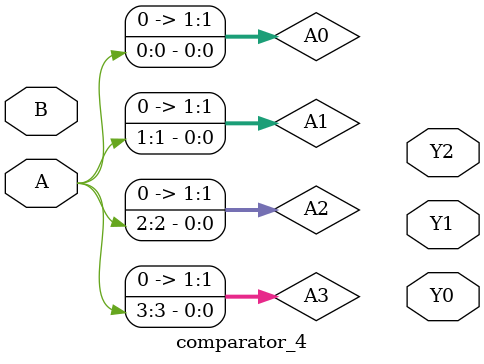
<source format=v>
`timescale 1ns/1ns

module comparator_4(
	input		[3:0]       A   	,
	input	   [3:0]		B   	,
 
 	output	 wire		Y2    , //A>B
	output   wire        Y1    , //A=B
    output   wire        Y0      //A<B
);
reg [1:0]A3,A2,A1,A0,B3,B2,B1,B0;
assign A3 = A[3];
assign A2 = A[2];
assign A1 = A[1];
assign A0 = A[0];

endmodule
</source>
